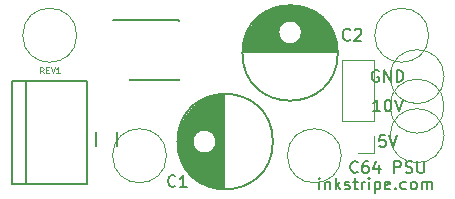
<source format=gbr>
G04 #@! TF.FileFunction,Legend,Top*
%FSLAX46Y46*%
G04 Gerber Fmt 4.6, Leading zero omitted, Abs format (unit mm)*
G04 Created by KiCad (PCBNEW (2015-12-22 BZR 6403)-product) date Mon 09 Jan 2017 12:27:38 AM EST*
%MOMM*%
G01*
G04 APERTURE LIST*
%ADD10C,0.100000*%
%ADD11C,0.150000*%
%ADD12C,0.120000*%
G04 APERTURE END LIST*
D10*
D11*
X153476191Y-112557143D02*
X153428572Y-112604762D01*
X153285715Y-112652381D01*
X153190477Y-112652381D01*
X153047619Y-112604762D01*
X152952381Y-112509524D01*
X152904762Y-112414286D01*
X152857143Y-112223810D01*
X152857143Y-112080952D01*
X152904762Y-111890476D01*
X152952381Y-111795238D01*
X153047619Y-111700000D01*
X153190477Y-111652381D01*
X153285715Y-111652381D01*
X153428572Y-111700000D01*
X153476191Y-111747619D01*
X154333334Y-111652381D02*
X154142857Y-111652381D01*
X154047619Y-111700000D01*
X154000000Y-111747619D01*
X153904762Y-111890476D01*
X153857143Y-112080952D01*
X153857143Y-112461905D01*
X153904762Y-112557143D01*
X153952381Y-112604762D01*
X154047619Y-112652381D01*
X154238096Y-112652381D01*
X154333334Y-112604762D01*
X154380953Y-112557143D01*
X154428572Y-112461905D01*
X154428572Y-112223810D01*
X154380953Y-112128571D01*
X154333334Y-112080952D01*
X154238096Y-112033333D01*
X154047619Y-112033333D01*
X153952381Y-112080952D01*
X153904762Y-112128571D01*
X153857143Y-112223810D01*
X155285715Y-111985714D02*
X155285715Y-112652381D01*
X155047619Y-111604762D02*
X154809524Y-112319048D01*
X155428572Y-112319048D01*
X156571429Y-112652381D02*
X156571429Y-111652381D01*
X156952382Y-111652381D01*
X157047620Y-111700000D01*
X157095239Y-111747619D01*
X157142858Y-111842857D01*
X157142858Y-111985714D01*
X157095239Y-112080952D01*
X157047620Y-112128571D01*
X156952382Y-112176190D01*
X156571429Y-112176190D01*
X157523810Y-112604762D02*
X157666667Y-112652381D01*
X157904763Y-112652381D01*
X158000001Y-112604762D01*
X158047620Y-112557143D01*
X158095239Y-112461905D01*
X158095239Y-112366667D01*
X158047620Y-112271429D01*
X158000001Y-112223810D01*
X157904763Y-112176190D01*
X157714286Y-112128571D01*
X157619048Y-112080952D01*
X157571429Y-112033333D01*
X157523810Y-111938095D01*
X157523810Y-111842857D01*
X157571429Y-111747619D01*
X157619048Y-111700000D01*
X157714286Y-111652381D01*
X157952382Y-111652381D01*
X158095239Y-111700000D01*
X158523810Y-111652381D02*
X158523810Y-112461905D01*
X158571429Y-112557143D01*
X158619048Y-112604762D01*
X158714286Y-112652381D01*
X158904763Y-112652381D01*
X159000001Y-112604762D01*
X159047620Y-112557143D01*
X159095239Y-112461905D01*
X159095239Y-111652381D01*
X150238095Y-114052381D02*
X150238095Y-113385714D01*
X150238095Y-113052381D02*
X150190476Y-113100000D01*
X150238095Y-113147619D01*
X150285714Y-113100000D01*
X150238095Y-113052381D01*
X150238095Y-113147619D01*
X150714285Y-113385714D02*
X150714285Y-114052381D01*
X150714285Y-113480952D02*
X150761904Y-113433333D01*
X150857142Y-113385714D01*
X151000000Y-113385714D01*
X151095238Y-113433333D01*
X151142857Y-113528571D01*
X151142857Y-114052381D01*
X151619047Y-114052381D02*
X151619047Y-113052381D01*
X151714285Y-113671429D02*
X152000000Y-114052381D01*
X152000000Y-113385714D02*
X151619047Y-113766667D01*
X152380952Y-114004762D02*
X152476190Y-114052381D01*
X152666666Y-114052381D01*
X152761905Y-114004762D01*
X152809524Y-113909524D01*
X152809524Y-113861905D01*
X152761905Y-113766667D01*
X152666666Y-113719048D01*
X152523809Y-113719048D01*
X152428571Y-113671429D01*
X152380952Y-113576190D01*
X152380952Y-113528571D01*
X152428571Y-113433333D01*
X152523809Y-113385714D01*
X152666666Y-113385714D01*
X152761905Y-113433333D01*
X153095238Y-113385714D02*
X153476190Y-113385714D01*
X153238095Y-113052381D02*
X153238095Y-113909524D01*
X153285714Y-114004762D01*
X153380952Y-114052381D01*
X153476190Y-114052381D01*
X153809524Y-114052381D02*
X153809524Y-113385714D01*
X153809524Y-113576190D02*
X153857143Y-113480952D01*
X153904762Y-113433333D01*
X154000000Y-113385714D01*
X154095239Y-113385714D01*
X154428572Y-114052381D02*
X154428572Y-113385714D01*
X154428572Y-113052381D02*
X154380953Y-113100000D01*
X154428572Y-113147619D01*
X154476191Y-113100000D01*
X154428572Y-113052381D01*
X154428572Y-113147619D01*
X154904762Y-113385714D02*
X154904762Y-114385714D01*
X154904762Y-113433333D02*
X155000000Y-113385714D01*
X155190477Y-113385714D01*
X155285715Y-113433333D01*
X155333334Y-113480952D01*
X155380953Y-113576190D01*
X155380953Y-113861905D01*
X155333334Y-113957143D01*
X155285715Y-114004762D01*
X155190477Y-114052381D01*
X155000000Y-114052381D01*
X154904762Y-114004762D01*
X156190477Y-114004762D02*
X156095239Y-114052381D01*
X155904762Y-114052381D01*
X155809524Y-114004762D01*
X155761905Y-113909524D01*
X155761905Y-113528571D01*
X155809524Y-113433333D01*
X155904762Y-113385714D01*
X156095239Y-113385714D01*
X156190477Y-113433333D01*
X156238096Y-113528571D01*
X156238096Y-113623810D01*
X155761905Y-113719048D01*
X156666667Y-113957143D02*
X156714286Y-114004762D01*
X156666667Y-114052381D01*
X156619048Y-114004762D01*
X156666667Y-113957143D01*
X156666667Y-114052381D01*
X157571429Y-114004762D02*
X157476191Y-114052381D01*
X157285714Y-114052381D01*
X157190476Y-114004762D01*
X157142857Y-113957143D01*
X157095238Y-113861905D01*
X157095238Y-113576190D01*
X157142857Y-113480952D01*
X157190476Y-113433333D01*
X157285714Y-113385714D01*
X157476191Y-113385714D01*
X157571429Y-113433333D01*
X158142857Y-114052381D02*
X158047619Y-114004762D01*
X158000000Y-113957143D01*
X157952381Y-113861905D01*
X157952381Y-113576190D01*
X158000000Y-113480952D01*
X158047619Y-113433333D01*
X158142857Y-113385714D01*
X158285715Y-113385714D01*
X158380953Y-113433333D01*
X158428572Y-113480952D01*
X158476191Y-113576190D01*
X158476191Y-113861905D01*
X158428572Y-113957143D01*
X158380953Y-114004762D01*
X158285715Y-114052381D01*
X158142857Y-114052381D01*
X158904762Y-114052381D02*
X158904762Y-113385714D01*
X158904762Y-113480952D02*
X158952381Y-113433333D01*
X159047619Y-113385714D01*
X159190477Y-113385714D01*
X159285715Y-113433333D01*
X159333334Y-113528571D01*
X159333334Y-114052381D01*
X159333334Y-113528571D02*
X159380953Y-113433333D01*
X159476191Y-113385714D01*
X159619048Y-113385714D01*
X159714286Y-113433333D01*
X159761905Y-113528571D01*
X159761905Y-114052381D01*
D10*
X126876191Y-104226190D02*
X126709524Y-103988095D01*
X126590477Y-104226190D02*
X126590477Y-103726190D01*
X126780953Y-103726190D01*
X126828572Y-103750000D01*
X126852381Y-103773810D01*
X126876191Y-103821429D01*
X126876191Y-103892857D01*
X126852381Y-103940476D01*
X126828572Y-103964286D01*
X126780953Y-103988095D01*
X126590477Y-103988095D01*
X127090477Y-103964286D02*
X127257143Y-103964286D01*
X127328572Y-104226190D02*
X127090477Y-104226190D01*
X127090477Y-103726190D01*
X127328572Y-103726190D01*
X127471429Y-103726190D02*
X127638096Y-104226190D01*
X127804762Y-103726190D01*
X128233333Y-104226190D02*
X127947619Y-104226190D01*
X128090476Y-104226190D02*
X128090476Y-103726190D01*
X128042857Y-103797619D01*
X127995238Y-103845238D01*
X127947619Y-103869048D01*
D11*
X155238096Y-104000000D02*
X155142858Y-103952381D01*
X155000001Y-103952381D01*
X154857143Y-104000000D01*
X154761905Y-104095238D01*
X154714286Y-104190476D01*
X154666667Y-104380952D01*
X154666667Y-104523810D01*
X154714286Y-104714286D01*
X154761905Y-104809524D01*
X154857143Y-104904762D01*
X155000001Y-104952381D01*
X155095239Y-104952381D01*
X155238096Y-104904762D01*
X155285715Y-104857143D01*
X155285715Y-104523810D01*
X155095239Y-104523810D01*
X155714286Y-104952381D02*
X155714286Y-103952381D01*
X156285715Y-104952381D01*
X156285715Y-103952381D01*
X156761905Y-104952381D02*
X156761905Y-103952381D01*
X157000000Y-103952381D01*
X157142858Y-104000000D01*
X157238096Y-104095238D01*
X157285715Y-104190476D01*
X157333334Y-104380952D01*
X157333334Y-104523810D01*
X157285715Y-104714286D01*
X157238096Y-104809524D01*
X157142858Y-104904762D01*
X157000000Y-104952381D01*
X156761905Y-104952381D01*
X155380953Y-107452381D02*
X154809524Y-107452381D01*
X155095238Y-107452381D02*
X155095238Y-106452381D01*
X155000000Y-106595238D01*
X154904762Y-106690476D01*
X154809524Y-106738095D01*
X156000000Y-106452381D02*
X156095239Y-106452381D01*
X156190477Y-106500000D01*
X156238096Y-106547619D01*
X156285715Y-106642857D01*
X156333334Y-106833333D01*
X156333334Y-107071429D01*
X156285715Y-107261905D01*
X156238096Y-107357143D01*
X156190477Y-107404762D01*
X156095239Y-107452381D01*
X156000000Y-107452381D01*
X155904762Y-107404762D01*
X155857143Y-107357143D01*
X155809524Y-107261905D01*
X155761905Y-107071429D01*
X155761905Y-106833333D01*
X155809524Y-106642857D01*
X155857143Y-106547619D01*
X155904762Y-106500000D01*
X156000000Y-106452381D01*
X156619048Y-106452381D02*
X156952381Y-107452381D01*
X157285715Y-106452381D01*
X155809524Y-109452381D02*
X155333333Y-109452381D01*
X155285714Y-109928571D01*
X155333333Y-109880952D01*
X155428571Y-109833333D01*
X155666667Y-109833333D01*
X155761905Y-109880952D01*
X155809524Y-109928571D01*
X155857143Y-110023810D01*
X155857143Y-110261905D01*
X155809524Y-110357143D01*
X155761905Y-110404762D01*
X155666667Y-110452381D01*
X155428571Y-110452381D01*
X155333333Y-110404762D01*
X155285714Y-110357143D01*
X156142857Y-109452381D02*
X156476190Y-110452381D01*
X156809524Y-109452381D01*
D12*
X152086000Y-111200000D02*
G75*
G03X152086000Y-111200000I-2286000J0D01*
G01*
X137286000Y-111200000D02*
G75*
G03X137286000Y-111200000I-2286000J0D01*
G01*
X129686000Y-101000000D02*
G75*
G03X129686000Y-101000000I-2286000J0D01*
G01*
D11*
X142175000Y-113999000D02*
X142175000Y-106001000D01*
X142035000Y-113994000D02*
X142035000Y-106006000D01*
X141895000Y-113984000D02*
X141895000Y-106016000D01*
X141755000Y-113969000D02*
X141755000Y-106031000D01*
X141615000Y-113949000D02*
X141615000Y-106051000D01*
X141475000Y-113924000D02*
X141475000Y-110222000D01*
X141475000Y-109778000D02*
X141475000Y-106076000D01*
X141335000Y-113894000D02*
X141335000Y-110550000D01*
X141335000Y-109450000D02*
X141335000Y-106106000D01*
X141195000Y-113858000D02*
X141195000Y-110719000D01*
X141195000Y-109281000D02*
X141195000Y-106142000D01*
X141055000Y-113817000D02*
X141055000Y-110832000D01*
X141055000Y-109168000D02*
X141055000Y-106183000D01*
X140915000Y-113771000D02*
X140915000Y-110910000D01*
X140915000Y-109090000D02*
X140915000Y-106229000D01*
X140775000Y-113718000D02*
X140775000Y-110961000D01*
X140775000Y-109039000D02*
X140775000Y-106282000D01*
X140635000Y-113659000D02*
X140635000Y-110991000D01*
X140635000Y-109009000D02*
X140635000Y-106341000D01*
X140495000Y-113594000D02*
X140495000Y-111000000D01*
X140495000Y-109000000D02*
X140495000Y-106406000D01*
X140355000Y-113523000D02*
X140355000Y-110989000D01*
X140355000Y-109011000D02*
X140355000Y-106477000D01*
X140215000Y-113444000D02*
X140215000Y-110959000D01*
X140215000Y-109041000D02*
X140215000Y-106556000D01*
X140075000Y-113357000D02*
X140075000Y-110905000D01*
X140075000Y-109095000D02*
X140075000Y-106643000D01*
X139935000Y-113262000D02*
X139935000Y-110825000D01*
X139935000Y-109175000D02*
X139935000Y-106738000D01*
X139795000Y-113158000D02*
X139795000Y-110709000D01*
X139795000Y-109291000D02*
X139795000Y-106842000D01*
X139655000Y-113044000D02*
X139655000Y-110535000D01*
X139655000Y-109465000D02*
X139655000Y-106956000D01*
X139515000Y-112919000D02*
X139515000Y-110173000D01*
X139515000Y-109827000D02*
X139515000Y-107081000D01*
X139375000Y-112781000D02*
X139375000Y-107219000D01*
X139235000Y-112629000D02*
X139235000Y-107371000D01*
X139095000Y-112459000D02*
X139095000Y-107541000D01*
X138955000Y-112268000D02*
X138955000Y-107732000D01*
X138815000Y-112050000D02*
X138815000Y-107950000D01*
X138675000Y-111794000D02*
X138675000Y-108206000D01*
X138535000Y-111483000D02*
X138535000Y-108517000D01*
X138395000Y-111067000D02*
X138395000Y-108933000D01*
X138255000Y-110200000D02*
X138255000Y-109800000D01*
X141500000Y-110000000D02*
G75*
G03X141500000Y-110000000I-1000000J0D01*
G01*
X146287500Y-110000000D02*
G75*
G03X146287500Y-110000000I-4037500J0D01*
G01*
D12*
X160786000Y-104500000D02*
G75*
G03X160786000Y-104500000I-2286000J0D01*
G01*
D11*
X134175000Y-99675000D02*
X134175000Y-99725000D01*
X138325000Y-99675000D02*
X138325000Y-99820000D01*
X138325000Y-104825000D02*
X138325000Y-104680000D01*
X134175000Y-104825000D02*
X134175000Y-104680000D01*
X134175000Y-99675000D02*
X138325000Y-99675000D01*
X134175000Y-104825000D02*
X138325000Y-104825000D01*
X134175000Y-99725000D02*
X132775000Y-99725000D01*
X133075000Y-109150000D02*
X133075000Y-110350000D01*
X131325000Y-110350000D02*
X131325000Y-109150000D01*
X124182540Y-104899100D02*
X124182540Y-113599100D01*
X130587540Y-104899100D02*
X130587540Y-113599100D01*
X130587540Y-113599100D02*
X124182540Y-113599100D01*
X125412540Y-113599100D02*
X125412540Y-104899100D01*
X124182540Y-104899100D02*
X130587540Y-104899100D01*
X143751000Y-102425000D02*
X151749000Y-102425000D01*
X143756000Y-102285000D02*
X151744000Y-102285000D01*
X143766000Y-102145000D02*
X151734000Y-102145000D01*
X143781000Y-102005000D02*
X151719000Y-102005000D01*
X143801000Y-101865000D02*
X151699000Y-101865000D01*
X143826000Y-101725000D02*
X147528000Y-101725000D01*
X147972000Y-101725000D02*
X151674000Y-101725000D01*
X143856000Y-101585000D02*
X147200000Y-101585000D01*
X148300000Y-101585000D02*
X151644000Y-101585000D01*
X143892000Y-101445000D02*
X147031000Y-101445000D01*
X148469000Y-101445000D02*
X151608000Y-101445000D01*
X143933000Y-101305000D02*
X146918000Y-101305000D01*
X148582000Y-101305000D02*
X151567000Y-101305000D01*
X143979000Y-101165000D02*
X146840000Y-101165000D01*
X148660000Y-101165000D02*
X151521000Y-101165000D01*
X144032000Y-101025000D02*
X146789000Y-101025000D01*
X148711000Y-101025000D02*
X151468000Y-101025000D01*
X144091000Y-100885000D02*
X146759000Y-100885000D01*
X148741000Y-100885000D02*
X151409000Y-100885000D01*
X144156000Y-100745000D02*
X146750000Y-100745000D01*
X148750000Y-100745000D02*
X151344000Y-100745000D01*
X144227000Y-100605000D02*
X146761000Y-100605000D01*
X148739000Y-100605000D02*
X151273000Y-100605000D01*
X144306000Y-100465000D02*
X146791000Y-100465000D01*
X148709000Y-100465000D02*
X151194000Y-100465000D01*
X144393000Y-100325000D02*
X146845000Y-100325000D01*
X148655000Y-100325000D02*
X151107000Y-100325000D01*
X144488000Y-100185000D02*
X146925000Y-100185000D01*
X148575000Y-100185000D02*
X151012000Y-100185000D01*
X144592000Y-100045000D02*
X147041000Y-100045000D01*
X148459000Y-100045000D02*
X150908000Y-100045000D01*
X144706000Y-99905000D02*
X147215000Y-99905000D01*
X148285000Y-99905000D02*
X150794000Y-99905000D01*
X144831000Y-99765000D02*
X147577000Y-99765000D01*
X147923000Y-99765000D02*
X150669000Y-99765000D01*
X144969000Y-99625000D02*
X150531000Y-99625000D01*
X145121000Y-99485000D02*
X150379000Y-99485000D01*
X145291000Y-99345000D02*
X150209000Y-99345000D01*
X145482000Y-99205000D02*
X150018000Y-99205000D01*
X145700000Y-99065000D02*
X149800000Y-99065000D01*
X145956000Y-98925000D02*
X149544000Y-98925000D01*
X146267000Y-98785000D02*
X149233000Y-98785000D01*
X146683000Y-98645000D02*
X148817000Y-98645000D01*
X147550000Y-98505000D02*
X147950000Y-98505000D01*
X148750000Y-100750000D02*
G75*
G03X148750000Y-100750000I-1000000J0D01*
G01*
X151787500Y-102500000D02*
G75*
G03X151787500Y-102500000I-4037500J0D01*
G01*
D12*
X160786000Y-107000000D02*
G75*
G03X160786000Y-107000000I-2286000J0D01*
G01*
X160786000Y-109500000D02*
G75*
G03X160786000Y-109500000I-2286000J0D01*
G01*
X154890000Y-108270000D02*
X154890000Y-103070000D01*
X154890000Y-103070000D02*
X152110000Y-103070000D01*
X152110000Y-103070000D02*
X152110000Y-108270000D01*
X152110000Y-108270000D02*
X154890000Y-108270000D01*
X154890000Y-109540000D02*
X154890000Y-110930000D01*
X154890000Y-110930000D02*
X153500000Y-110930000D01*
X159486000Y-101000000D02*
G75*
G03X159486000Y-101000000I-2286000J0D01*
G01*
D11*
X138033334Y-113757143D02*
X137985715Y-113804762D01*
X137842858Y-113852381D01*
X137747620Y-113852381D01*
X137604762Y-113804762D01*
X137509524Y-113709524D01*
X137461905Y-113614286D01*
X137414286Y-113423810D01*
X137414286Y-113280952D01*
X137461905Y-113090476D01*
X137509524Y-112995238D01*
X137604762Y-112900000D01*
X137747620Y-112852381D01*
X137842858Y-112852381D01*
X137985715Y-112900000D01*
X138033334Y-112947619D01*
X138985715Y-113852381D02*
X138414286Y-113852381D01*
X138700000Y-113852381D02*
X138700000Y-112852381D01*
X138604762Y-112995238D01*
X138509524Y-113090476D01*
X138414286Y-113138095D01*
X152833334Y-101357143D02*
X152785715Y-101404762D01*
X152642858Y-101452381D01*
X152547620Y-101452381D01*
X152404762Y-101404762D01*
X152309524Y-101309524D01*
X152261905Y-101214286D01*
X152214286Y-101023810D01*
X152214286Y-100880952D01*
X152261905Y-100690476D01*
X152309524Y-100595238D01*
X152404762Y-100500000D01*
X152547620Y-100452381D01*
X152642858Y-100452381D01*
X152785715Y-100500000D01*
X152833334Y-100547619D01*
X153214286Y-100547619D02*
X153261905Y-100500000D01*
X153357143Y-100452381D01*
X153595239Y-100452381D01*
X153690477Y-100500000D01*
X153738096Y-100547619D01*
X153785715Y-100642857D01*
X153785715Y-100738095D01*
X153738096Y-100880952D01*
X153166667Y-101452381D01*
X153785715Y-101452381D01*
M02*

</source>
